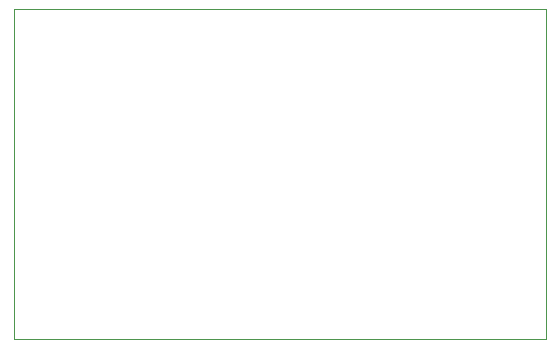
<source format=gbr>
G04 (created by PCBNEW (2013-05-31 BZR 4019)-stable) date 3/12/2014 4:46:27 PM*
%MOIN*%
G04 Gerber Fmt 3.4, Leading zero omitted, Abs format*
%FSLAX34Y34*%
G01*
G70*
G90*
G04 APERTURE LIST*
%ADD10C,0.00590551*%
%ADD11C,0.00393701*%
G04 APERTURE END LIST*
G54D10*
G54D11*
X24000Y-10750D02*
X6250Y-10750D01*
X24000Y-10750D02*
X24000Y-21750D01*
X6250Y-21750D02*
X24000Y-21750D01*
X6250Y-10750D02*
X6250Y-21750D01*
M02*

</source>
